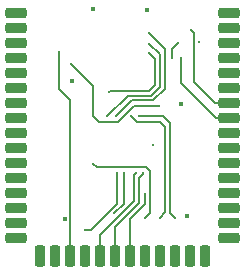
<source format=gbr>
%TF.GenerationSoftware,KiCad,Pcbnew,6.0.11+dfsg-1~bpo11+1*%
%TF.CreationDate,2023-07-13T21:39:36-04:00*%
%TF.ProjectId,Pop-In RP2040,506f702d-496e-4205-9250-323034302e6b,rev?*%
%TF.SameCoordinates,PX5f5e100PY5f5e100*%
%TF.FileFunction,Copper,L2,Inr*%
%TF.FilePolarity,Positive*%
%FSLAX46Y46*%
G04 Gerber Fmt 4.6, Leading zero omitted, Abs format (unit mm)*
G04 Created by KiCad (PCBNEW 6.0.11+dfsg-1~bpo11+1) date 2023-07-13 21:39:36*
%MOMM*%
%LPD*%
G01*
G04 APERTURE LIST*
G04 Aperture macros list*
%AMRoundRect*
0 Rectangle with rounded corners*
0 $1 Rounding radius*
0 $2 $3 $4 $5 $6 $7 $8 $9 X,Y pos of 4 corners*
0 Add a 4 corners polygon primitive as box body*
4,1,4,$2,$3,$4,$5,$6,$7,$8,$9,$2,$3,0*
0 Add four circle primitives for the rounded corners*
1,1,$1+$1,$2,$3*
1,1,$1+$1,$4,$5*
1,1,$1+$1,$6,$7*
1,1,$1+$1,$8,$9*
0 Add four rect primitives between the rounded corners*
20,1,$1+$1,$2,$3,$4,$5,0*
20,1,$1+$1,$4,$5,$6,$7,0*
20,1,$1+$1,$6,$7,$8,$9,0*
20,1,$1+$1,$8,$9,$2,$3,0*%
G04 Aperture macros list end*
%TA.AperFunction,CastellatedPad*%
%ADD10RoundRect,0.225000X-0.675000X-0.225000X0.675000X-0.225000X0.675000X0.225000X-0.675000X0.225000X0*%
%TD*%
%TA.AperFunction,CastellatedPad*%
%ADD11RoundRect,0.225000X0.225000X-0.675000X0.225000X0.675000X-0.225000X0.675000X-0.225000X-0.675000X0*%
%TD*%
%TA.AperFunction,CastellatedPad*%
%ADD12RoundRect,0.225000X0.675000X0.225000X-0.675000X0.225000X-0.675000X-0.225000X0.675000X-0.225000X0*%
%TD*%
%TA.AperFunction,ViaPad*%
%ADD13C,0.300000*%
%TD*%
%TA.AperFunction,ViaPad*%
%ADD14C,0.400000*%
%TD*%
%TA.AperFunction,Conductor*%
%ADD15C,0.200000*%
%TD*%
G04 APERTURE END LIST*
D10*
%TO.N,io0*%
%TO.C,REF\u002A\u002A*%
X-9005378Y9525000D03*
%TO.N,io1*%
X-9005378Y8255000D03*
%TO.N,io2*%
X-9005378Y6985000D03*
%TO.N,io3*%
X-9005378Y5715000D03*
%TO.N,io4*%
X-9005378Y4445000D03*
%TO.N,io5*%
X-9005378Y3175000D03*
%TO.N,io6*%
X-9005378Y1905000D03*
%TO.N,io7*%
X-9005378Y635000D03*
%TO.N,io8*%
X-9005378Y-635000D03*
%TO.N,io9*%
X-9005378Y-1905000D03*
%TO.N,io10*%
X-9005378Y-3175000D03*
%TO.N,io11*%
X-9005378Y-4445000D03*
%TO.N,io12*%
X-9005378Y-5715000D03*
%TO.N,io13*%
X-9005378Y-6985000D03*
%TO.N,io14*%
X-9005378Y-8255000D03*
%TO.N,io15*%
X-9005378Y-9525000D03*
D11*
%TO.N,GND*%
X-6985000Y-11034588D03*
%TO.N,+3V3*%
X-5715000Y-11034588D03*
%TO.N,ADC_REF*%
X-4445000Y-11034588D03*
%TO.N,N/C*%
X-3175000Y-11034588D03*
%TO.N,SWCLK*%
X-1905000Y-11034588D03*
%TO.N,SWDIO*%
X-635000Y-11034588D03*
%TO.N,Reset*%
X635000Y-11034588D03*
%TO.N,BootMode*%
X1905000Y-11034588D03*
%TO.N,USB_D+*%
X3175000Y-11034588D03*
%TO.N,USB_D-*%
X4445000Y-11034588D03*
%TO.N,+3V3*%
X5715000Y-11034588D03*
%TO.N,GND*%
X6985000Y-11034588D03*
D12*
%TO.N,io16*%
X8974622Y-9525000D03*
%TO.N,io17*%
X8974622Y-8255000D03*
%TO.N,io18*%
X8974622Y-6985000D03*
%TO.N,io19*%
X8974622Y-5715000D03*
%TO.N,io20*%
X8974622Y-4445000D03*
%TO.N,io21*%
X8974622Y-3175000D03*
%TO.N,io22*%
X8974622Y-1905000D03*
%TO.N,io23*%
X8974622Y-635000D03*
%TO.N,io24*%
X8974622Y635000D03*
%TO.N,io25*%
X8974622Y1905000D03*
%TO.N,io26*%
X8974622Y3175000D03*
%TO.N,io27*%
X8974622Y4445000D03*
%TO.N,io28*%
X8974622Y5715000D03*
%TO.N,io29*%
X8974622Y6985000D03*
%TO.N,N/C*%
X8974622Y8255000D03*
X8974622Y9525000D03*
%TD*%
D13*
%TO.N,SWCLK*%
X1140853Y-4059506D03*
%TO.N,io24*%
X4895280Y5740361D03*
%TO.N,io25*%
X5794116Y8091431D03*
D14*
%TO.N,GND*%
X-4932780Y-7943690D03*
X2070907Y9818108D03*
X5401569Y-7644144D03*
D13*
X2573111Y-1683514D03*
D14*
X-2539683Y9854222D03*
X-4335767Y3735537D03*
X4921047Y1811368D03*
D13*
%TO.N,+3V3*%
X6474322Y7034187D03*
%TO.N,QSPI_SCLK*%
X-1335378Y766165D03*
X2234622Y6938236D03*
%TO.N,QSPI SS*%
X1905000Y-7795080D03*
X-2515378Y-3222861D03*
%TO.N,QSPI_SD3*%
X2234622Y7829437D03*
X-620542Y766165D03*
%TO.N,QSPI_SD0*%
X-1190807Y2814110D03*
X2234622Y6155823D03*
%TO.N,Reset*%
X1853434Y-5793710D03*
%TO.N,Net-(R2-Pad2)*%
X4439261Y-7848835D03*
X1379622Y766165D03*
%TO.N,Net-(R1-Pad2)*%
X722842Y766165D03*
X3127843Y-7795080D03*
%TO.N,Net-(C16-Pad1)*%
X-523081Y-4059506D03*
X-3212786Y-8812745D03*
%TO.N,Net-(C17-Pad1)*%
X96088Y-4059506D03*
X-707832Y-7433164D03*
%TO.N,Net-(LED1-Pad2)*%
X4194886Y5692423D03*
X4705027Y7019927D03*
%TO.N,Net-(C13-Pad2)*%
X3038990Y1620399D03*
X-4360333Y5202691D03*
%TO.N,ADC_REF*%
X-5387572Y6209911D03*
%TO.N,SWDIO*%
X1717811Y-4059506D03*
%TD*%
D15*
%TO.N,SWCLK*%
X977999Y-6409011D02*
X-1905000Y-9292010D01*
X-1905000Y-9292010D02*
X-1905000Y-11034588D01*
X977999Y-4222360D02*
X977999Y-6409011D01*
X1140853Y-4059506D02*
X977999Y-4222360D01*
%TO.N,io24*%
X8974622Y635000D02*
X7853226Y635000D01*
X4895280Y3592946D02*
X4895280Y5740361D01*
X7853226Y635000D02*
X4895280Y3592946D01*
%TO.N,io25*%
X7828522Y1905000D02*
X8974622Y1905000D01*
X5794116Y8091431D02*
X6024322Y7861225D01*
X6024322Y7861225D02*
X6024322Y3709199D01*
X6024322Y3709199D02*
X7828522Y1905000D01*
%TO.N,QSPI_SCLK*%
X3152187Y6020671D02*
X3152187Y3286715D01*
X3152187Y3286715D02*
X2398393Y2532921D01*
X2398393Y2532921D02*
X431379Y2532921D01*
X431379Y2532921D02*
X-1335378Y766165D01*
X2234622Y6938236D02*
X3152187Y6020671D01*
%TO.N,QSPI SS*%
X2302859Y-4004519D02*
X2302859Y-5475258D01*
X-2199404Y-3538835D02*
X1987278Y-3538835D01*
X2302859Y-5475258D02*
X2308157Y-5480556D01*
X2303293Y-4004085D02*
X2302859Y-4004519D01*
X2303293Y-3854850D02*
X2303293Y-4004085D01*
X1987278Y-3538835D02*
X2303293Y-3854850D01*
X2308157Y-5480556D02*
X2308157Y-6208255D01*
X-2515378Y-3222861D02*
X-2199404Y-3538835D01*
X2296158Y-6220254D02*
X2296158Y-7403922D01*
X2296158Y-7403922D02*
X1905000Y-7795080D01*
X2308157Y-6208255D02*
X2296158Y-6220254D01*
%TO.N,QSPI_SD3*%
X3552187Y6511872D02*
X3552187Y3121029D01*
X2234622Y7829437D02*
X3552187Y6511872D01*
X3552187Y3121029D02*
X2564079Y2132921D01*
X746214Y2132921D02*
X-620542Y766165D01*
X2564079Y2132921D02*
X746214Y2132921D01*
%TO.N,QSPI_SD0*%
X2232707Y2932921D02*
X-1071996Y2932921D01*
X2234622Y6155823D02*
X2752187Y5638258D01*
X2752187Y3452401D02*
X2232707Y2932921D01*
X-1071996Y2932921D02*
X-1190807Y2814110D01*
X2752187Y5638258D02*
X2752187Y3452401D01*
%TO.N,Reset*%
X1853434Y-6664948D02*
X1853434Y-5793710D01*
X635000Y-9859825D02*
X635000Y-11034588D01*
X635000Y-9859825D02*
X626351Y-9851176D01*
X626351Y-9851176D02*
X626351Y-8286252D01*
X626351Y-8286252D02*
X626351Y-7892030D01*
X626351Y-7892030D02*
X1853434Y-6664948D01*
%TO.N,Net-(R2-Pad2)*%
X3969942Y-7379516D02*
X4439261Y-7848835D01*
X1445730Y766165D02*
X3430696Y766165D01*
X3969942Y226919D02*
X3969942Y-7379516D01*
X3430696Y766165D02*
X3969942Y226919D01*
%TO.N,Net-(R1-Pad2)*%
X722842Y768847D02*
X1193661Y298028D01*
X3569942Y-110082D02*
X3569942Y-7352981D01*
X3161833Y298028D02*
X3569942Y-110082D01*
X1193661Y298028D02*
X3161833Y298028D01*
X3569942Y-7352981D02*
X3127843Y-7795080D01*
%TO.N,Net-(C16-Pad1)*%
X-2723810Y-8812745D02*
X-3212786Y-8812745D01*
X-523081Y-4059506D02*
X-523081Y-6612016D01*
X-523081Y-6612016D02*
X-2723810Y-8812745D01*
%TO.N,Net-(C17-Pad1)*%
X98468Y-6626864D02*
X-707832Y-7433164D01*
X98468Y-4061886D02*
X98468Y-6626864D01*
X96088Y-4059506D02*
X98468Y-4061886D01*
%TO.N,Net-(LED1-Pad2)*%
X4194886Y6509786D02*
X4705027Y7019927D01*
X4194886Y5692423D02*
X4194886Y6509786D01*
%TO.N,Net-(C13-Pad2)*%
X-1820372Y269041D02*
X-410679Y269041D01*
X-1987738Y266151D02*
X-1823262Y266151D01*
X-2508547Y786959D02*
X-1987738Y266151D01*
X-2508547Y3350905D02*
X-2508547Y786959D01*
X940678Y1620399D02*
X3038990Y1620399D01*
X-4360333Y5202691D02*
X-2508547Y3350905D01*
X-1823262Y266151D02*
X-1820372Y269041D01*
X-410679Y269041D02*
X940678Y1620399D01*
%TO.N,ADC_REF*%
X-5369856Y6192195D02*
X-5369856Y3081129D01*
X-4432780Y2144053D02*
X-4432780Y-11022368D01*
X-5369856Y3081129D02*
X-4432780Y2144053D01*
X-4432780Y-11022368D02*
X-4445000Y-11034588D01*
%TO.N,SWDIO*%
X-635000Y-8587696D02*
X-635000Y-10934588D01*
X1717811Y-4120044D02*
X1386672Y-4451183D01*
X-210003Y-8176759D02*
X-224063Y-8176759D01*
X-210003Y-8162698D02*
X-210003Y-8176759D01*
X1386672Y-6566024D02*
X-210003Y-8162698D01*
X1386672Y-4451183D02*
X1386672Y-6566024D01*
X-224063Y-8176759D02*
X-635000Y-8587696D01*
X1717811Y-4059506D02*
X1717811Y-4120044D01*
%TD*%
M02*

</source>
